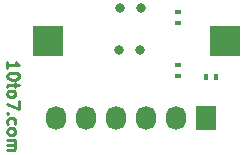
<source format=gts>
%FSLAX34Y34*%
G04 Gerber Fmt 3.4, Leading zero omitted, Abs format*
G04 (created by PCBNEW (2014-03-19 BZR 4756)-product) date Sun 25 May 2014 21:01:17 BST*
%MOIN*%
G01*
G70*
G90*
G04 APERTURE LIST*
%ADD10C,0.005906*%
%ADD11C,0.009843*%
%ADD12C,0.031496*%
%ADD13R,0.015700X0.023600*%
%ADD14R,0.068000X0.080000*%
%ADD15O,0.068000X0.080000*%
%ADD16R,0.023600X0.015700*%
%ADD17R,0.098425X0.098425*%
G04 APERTURE END LIST*
G54D10*
G54D11*
X51790Y-42247D02*
X51790Y-42022D01*
X51790Y-42135D02*
X52184Y-42135D01*
X52127Y-42097D01*
X52090Y-42060D01*
X52071Y-42022D01*
X52184Y-42491D02*
X52184Y-42529D01*
X52165Y-42566D01*
X52146Y-42585D01*
X52109Y-42604D01*
X52034Y-42622D01*
X51940Y-42622D01*
X51865Y-42604D01*
X51827Y-42585D01*
X51809Y-42566D01*
X51790Y-42529D01*
X51790Y-42491D01*
X51809Y-42454D01*
X51827Y-42435D01*
X51865Y-42416D01*
X51940Y-42397D01*
X52034Y-42397D01*
X52109Y-42416D01*
X52146Y-42435D01*
X52165Y-42454D01*
X52184Y-42491D01*
X52052Y-42735D02*
X52052Y-42885D01*
X52184Y-42791D02*
X51846Y-42791D01*
X51809Y-42810D01*
X51790Y-42847D01*
X51790Y-42885D01*
X51790Y-43072D02*
X51809Y-43035D01*
X51827Y-43016D01*
X51865Y-42997D01*
X51977Y-42997D01*
X52015Y-43016D01*
X52034Y-43035D01*
X52052Y-43072D01*
X52052Y-43128D01*
X52034Y-43166D01*
X52015Y-43185D01*
X51977Y-43203D01*
X51865Y-43203D01*
X51827Y-43185D01*
X51809Y-43166D01*
X51790Y-43128D01*
X51790Y-43072D01*
X52184Y-43335D02*
X52184Y-43597D01*
X51790Y-43428D01*
X51827Y-43747D02*
X51809Y-43766D01*
X51790Y-43747D01*
X51809Y-43728D01*
X51827Y-43747D01*
X51790Y-43747D01*
X51809Y-44103D02*
X51790Y-44066D01*
X51790Y-43991D01*
X51809Y-43953D01*
X51827Y-43935D01*
X51865Y-43916D01*
X51977Y-43916D01*
X52015Y-43935D01*
X52034Y-43953D01*
X52052Y-43991D01*
X52052Y-44066D01*
X52034Y-44103D01*
X51790Y-44328D02*
X51809Y-44291D01*
X51827Y-44272D01*
X51865Y-44253D01*
X51977Y-44253D01*
X52015Y-44272D01*
X52034Y-44291D01*
X52052Y-44328D01*
X52052Y-44385D01*
X52034Y-44422D01*
X52015Y-44441D01*
X51977Y-44460D01*
X51865Y-44460D01*
X51827Y-44441D01*
X51809Y-44422D01*
X51790Y-44385D01*
X51790Y-44328D01*
X51790Y-44628D02*
X52052Y-44628D01*
X52015Y-44628D02*
X52034Y-44647D01*
X52052Y-44685D01*
X52052Y-44741D01*
X52034Y-44778D01*
X51996Y-44797D01*
X51790Y-44797D01*
X51996Y-44797D02*
X52034Y-44816D01*
X52052Y-44853D01*
X52052Y-44910D01*
X52034Y-44947D01*
X51996Y-44966D01*
X51790Y-44966D01*
G54D12*
X56259Y-40255D03*
X55551Y-40255D03*
X56220Y-41633D03*
X55511Y-41633D03*
G54D13*
X58397Y-42527D03*
X58751Y-42527D03*
G54D14*
X58405Y-43897D03*
G54D15*
X57405Y-43897D03*
X56405Y-43897D03*
X55405Y-43897D03*
X54405Y-43897D03*
X53405Y-43897D03*
G54D16*
X57480Y-40374D03*
X57480Y-40728D03*
X57480Y-42499D03*
X57480Y-42145D03*
G54D17*
X53149Y-41338D03*
X59055Y-41338D03*
M02*

</source>
